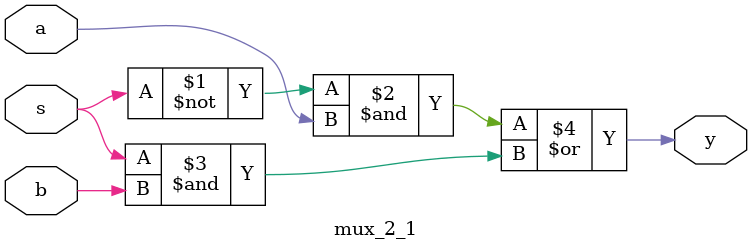
<source format=v>
module mux_2_1 (output y,input s,a,b);
  assign y= (~s&a) | (s&b);
endmodule

</source>
